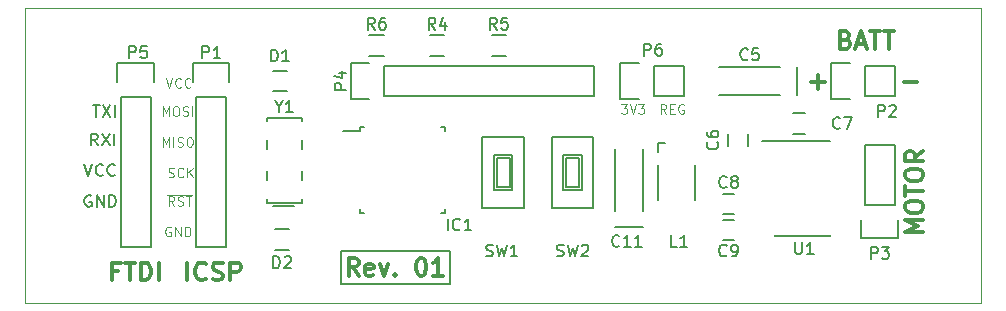
<source format=gto>
G04 #@! TF.FileFunction,Legend,Top*
%FSLAX46Y46*%
G04 Gerber Fmt 4.6, Leading zero omitted, Abs format (unit mm)*
G04 Created by KiCad (PCBNEW 0.201602221446+6578~42~ubuntu15.04.1-product) date Mon 22 Feb 2016 07:23:46 PM EST*
%MOMM*%
G01*
G04 APERTURE LIST*
%ADD10C,0.100000*%
%ADD11C,0.200000*%
%ADD12C,0.300000*%
%ADD13C,0.120000*%
%ADD14C,0.150000*%
G04 APERTURE END LIST*
D10*
D11*
X130000000Y-63600000D02*
X120800000Y-63600000D01*
X130000000Y-66400000D02*
X130000000Y-63600000D01*
X120800000Y-66400000D02*
X130000000Y-66400000D01*
X120800000Y-63600000D02*
X120800000Y-66400000D01*
D12*
X122292858Y-65678571D02*
X121792858Y-64964286D01*
X121435715Y-65678571D02*
X121435715Y-64178571D01*
X122007143Y-64178571D01*
X122150001Y-64250000D01*
X122221429Y-64321429D01*
X122292858Y-64464286D01*
X122292858Y-64678571D01*
X122221429Y-64821429D01*
X122150001Y-64892857D01*
X122007143Y-64964286D01*
X121435715Y-64964286D01*
X123507143Y-65607143D02*
X123364286Y-65678571D01*
X123078572Y-65678571D01*
X122935715Y-65607143D01*
X122864286Y-65464286D01*
X122864286Y-64892857D01*
X122935715Y-64750000D01*
X123078572Y-64678571D01*
X123364286Y-64678571D01*
X123507143Y-64750000D01*
X123578572Y-64892857D01*
X123578572Y-65035714D01*
X122864286Y-65178571D01*
X124078572Y-64678571D02*
X124435715Y-65678571D01*
X124792857Y-64678571D01*
X125364286Y-65535714D02*
X125435714Y-65607143D01*
X125364286Y-65678571D01*
X125292857Y-65607143D01*
X125364286Y-65535714D01*
X125364286Y-65678571D01*
X127507143Y-64178571D02*
X127650000Y-64178571D01*
X127792857Y-64250000D01*
X127864286Y-64321429D01*
X127935715Y-64464286D01*
X128007143Y-64750000D01*
X128007143Y-65107143D01*
X127935715Y-65392857D01*
X127864286Y-65535714D01*
X127792857Y-65607143D01*
X127650000Y-65678571D01*
X127507143Y-65678571D01*
X127364286Y-65607143D01*
X127292857Y-65535714D01*
X127221429Y-65392857D01*
X127150000Y-65107143D01*
X127150000Y-64750000D01*
X127221429Y-64464286D01*
X127292857Y-64321429D01*
X127364286Y-64250000D01*
X127507143Y-64178571D01*
X129435714Y-65678571D02*
X128578571Y-65678571D01*
X129007143Y-65678571D02*
X129007143Y-64178571D01*
X128864286Y-64392857D01*
X128721428Y-64535714D01*
X128578571Y-64607143D01*
D13*
X148323809Y-51961905D02*
X148057142Y-51580952D01*
X147866666Y-51961905D02*
X147866666Y-51161905D01*
X148171428Y-51161905D01*
X148247619Y-51200000D01*
X148285714Y-51238095D01*
X148323809Y-51314286D01*
X148323809Y-51428571D01*
X148285714Y-51504762D01*
X148247619Y-51542857D01*
X148171428Y-51580952D01*
X147866666Y-51580952D01*
X148666666Y-51542857D02*
X148933333Y-51542857D01*
X149047619Y-51961905D02*
X148666666Y-51961905D01*
X148666666Y-51161905D01*
X149047619Y-51161905D01*
X149809524Y-51200000D02*
X149733333Y-51161905D01*
X149619048Y-51161905D01*
X149504762Y-51200000D01*
X149428571Y-51276190D01*
X149390476Y-51352381D01*
X149352381Y-51504762D01*
X149352381Y-51619048D01*
X149390476Y-51771429D01*
X149428571Y-51847619D01*
X149504762Y-51923810D01*
X149619048Y-51961905D01*
X149695238Y-51961905D01*
X149809524Y-51923810D01*
X149847619Y-51885714D01*
X149847619Y-51619048D01*
X149695238Y-51619048D01*
X144514286Y-51161905D02*
X145009524Y-51161905D01*
X144742857Y-51466667D01*
X144857143Y-51466667D01*
X144933333Y-51504762D01*
X144971429Y-51542857D01*
X145009524Y-51619048D01*
X145009524Y-51809524D01*
X144971429Y-51885714D01*
X144933333Y-51923810D01*
X144857143Y-51961905D01*
X144628571Y-51961905D01*
X144552381Y-51923810D01*
X144514286Y-51885714D01*
X145238095Y-51161905D02*
X145504762Y-51961905D01*
X145771429Y-51161905D01*
X145961905Y-51161905D02*
X146457143Y-51161905D01*
X146190476Y-51466667D01*
X146304762Y-51466667D01*
X146380952Y-51504762D01*
X146419048Y-51542857D01*
X146457143Y-51619048D01*
X146457143Y-51809524D01*
X146419048Y-51885714D01*
X146380952Y-51923810D01*
X146304762Y-51961905D01*
X146076190Y-51961905D01*
X146000000Y-51923810D01*
X145961905Y-51885714D01*
X105990476Y-48961905D02*
X106257143Y-49761905D01*
X106523810Y-48961905D01*
X107247619Y-49685714D02*
X107209524Y-49723810D01*
X107095238Y-49761905D01*
X107019048Y-49761905D01*
X106904762Y-49723810D01*
X106828571Y-49647619D01*
X106790476Y-49571429D01*
X106752381Y-49419048D01*
X106752381Y-49304762D01*
X106790476Y-49152381D01*
X106828571Y-49076190D01*
X106904762Y-49000000D01*
X107019048Y-48961905D01*
X107095238Y-48961905D01*
X107209524Y-49000000D01*
X107247619Y-49038095D01*
X108047619Y-49685714D02*
X108009524Y-49723810D01*
X107895238Y-49761905D01*
X107819048Y-49761905D01*
X107704762Y-49723810D01*
X107628571Y-49647619D01*
X107590476Y-49571429D01*
X107552381Y-49419048D01*
X107552381Y-49304762D01*
X107590476Y-49152381D01*
X107628571Y-49076190D01*
X107704762Y-49000000D01*
X107819048Y-48961905D01*
X107895238Y-48961905D01*
X108009524Y-49000000D01*
X108047619Y-49038095D01*
X105695238Y-52161905D02*
X105695238Y-51361905D01*
X105961905Y-51933333D01*
X106228572Y-51361905D01*
X106228572Y-52161905D01*
X106761905Y-51361905D02*
X106914286Y-51361905D01*
X106990477Y-51400000D01*
X107066667Y-51476190D01*
X107104762Y-51628571D01*
X107104762Y-51895238D01*
X107066667Y-52047619D01*
X106990477Y-52123810D01*
X106914286Y-52161905D01*
X106761905Y-52161905D01*
X106685715Y-52123810D01*
X106609524Y-52047619D01*
X106571429Y-51895238D01*
X106571429Y-51628571D01*
X106609524Y-51476190D01*
X106685715Y-51400000D01*
X106761905Y-51361905D01*
X107409524Y-52123810D02*
X107523810Y-52161905D01*
X107714286Y-52161905D01*
X107790476Y-52123810D01*
X107828572Y-52085714D01*
X107866667Y-52009524D01*
X107866667Y-51933333D01*
X107828572Y-51857143D01*
X107790476Y-51819048D01*
X107714286Y-51780952D01*
X107561905Y-51742857D01*
X107485714Y-51704762D01*
X107447619Y-51666667D01*
X107409524Y-51590476D01*
X107409524Y-51514286D01*
X107447619Y-51438095D01*
X107485714Y-51400000D01*
X107561905Y-51361905D01*
X107752381Y-51361905D01*
X107866667Y-51400000D01*
X108209524Y-52161905D02*
X108209524Y-51361905D01*
X106371429Y-61600000D02*
X106295238Y-61561905D01*
X106180953Y-61561905D01*
X106066667Y-61600000D01*
X105990476Y-61676190D01*
X105952381Y-61752381D01*
X105914286Y-61904762D01*
X105914286Y-62019048D01*
X105952381Y-62171429D01*
X105990476Y-62247619D01*
X106066667Y-62323810D01*
X106180953Y-62361905D01*
X106257143Y-62361905D01*
X106371429Y-62323810D01*
X106409524Y-62285714D01*
X106409524Y-62019048D01*
X106257143Y-62019048D01*
X106752381Y-62361905D02*
X106752381Y-61561905D01*
X107209524Y-62361905D01*
X107209524Y-61561905D01*
X107590476Y-62361905D02*
X107590476Y-61561905D01*
X107780952Y-61561905D01*
X107895238Y-61600000D01*
X107971429Y-61676190D01*
X108009524Y-61752381D01*
X108047619Y-61904762D01*
X108047619Y-62019048D01*
X108009524Y-62171429D01*
X107971429Y-62247619D01*
X107895238Y-62323810D01*
X107780952Y-62361905D01*
X107590476Y-62361905D01*
X106676190Y-59761905D02*
X106409523Y-59380952D01*
X106219047Y-59761905D02*
X106219047Y-58961905D01*
X106523809Y-58961905D01*
X106600000Y-59000000D01*
X106638095Y-59038095D01*
X106676190Y-59114286D01*
X106676190Y-59228571D01*
X106638095Y-59304762D01*
X106600000Y-59342857D01*
X106523809Y-59380952D01*
X106219047Y-59380952D01*
X106980952Y-59723810D02*
X107095238Y-59761905D01*
X107285714Y-59761905D01*
X107361904Y-59723810D01*
X107400000Y-59685714D01*
X107438095Y-59609524D01*
X107438095Y-59533333D01*
X107400000Y-59457143D01*
X107361904Y-59419048D01*
X107285714Y-59380952D01*
X107133333Y-59342857D01*
X107057142Y-59304762D01*
X107019047Y-59266667D01*
X106980952Y-59190476D01*
X106980952Y-59114286D01*
X107019047Y-59038095D01*
X107057142Y-59000000D01*
X107133333Y-58961905D01*
X107323809Y-58961905D01*
X107438095Y-59000000D01*
X107666666Y-58961905D02*
X108123809Y-58961905D01*
X107895238Y-59761905D02*
X107895238Y-58961905D01*
X106028571Y-58824000D02*
X108200000Y-58824000D01*
X106190476Y-57323810D02*
X106304762Y-57361905D01*
X106495238Y-57361905D01*
X106571428Y-57323810D01*
X106609524Y-57285714D01*
X106647619Y-57209524D01*
X106647619Y-57133333D01*
X106609524Y-57057143D01*
X106571428Y-57019048D01*
X106495238Y-56980952D01*
X106342857Y-56942857D01*
X106266666Y-56904762D01*
X106228571Y-56866667D01*
X106190476Y-56790476D01*
X106190476Y-56714286D01*
X106228571Y-56638095D01*
X106266666Y-56600000D01*
X106342857Y-56561905D01*
X106533333Y-56561905D01*
X106647619Y-56600000D01*
X107447619Y-57285714D02*
X107409524Y-57323810D01*
X107295238Y-57361905D01*
X107219048Y-57361905D01*
X107104762Y-57323810D01*
X107028571Y-57247619D01*
X106990476Y-57171429D01*
X106952381Y-57019048D01*
X106952381Y-56904762D01*
X106990476Y-56752381D01*
X107028571Y-56676190D01*
X107104762Y-56600000D01*
X107219048Y-56561905D01*
X107295238Y-56561905D01*
X107409524Y-56600000D01*
X107447619Y-56638095D01*
X107790476Y-57361905D02*
X107790476Y-56561905D01*
X108247619Y-57361905D02*
X107904762Y-56904762D01*
X108247619Y-56561905D02*
X107790476Y-57019048D01*
X105695238Y-54761905D02*
X105695238Y-53961905D01*
X105961905Y-54533333D01*
X106228572Y-53961905D01*
X106228572Y-54761905D01*
X106609524Y-54761905D02*
X106609524Y-53961905D01*
X106952381Y-54723810D02*
X107066667Y-54761905D01*
X107257143Y-54761905D01*
X107333333Y-54723810D01*
X107371429Y-54685714D01*
X107409524Y-54609524D01*
X107409524Y-54533333D01*
X107371429Y-54457143D01*
X107333333Y-54419048D01*
X107257143Y-54380952D01*
X107104762Y-54342857D01*
X107028571Y-54304762D01*
X106990476Y-54266667D01*
X106952381Y-54190476D01*
X106952381Y-54114286D01*
X106990476Y-54038095D01*
X107028571Y-54000000D01*
X107104762Y-53961905D01*
X107295238Y-53961905D01*
X107409524Y-54000000D01*
X107904762Y-53961905D02*
X108057143Y-53961905D01*
X108133334Y-54000000D01*
X108209524Y-54076190D01*
X108247619Y-54228571D01*
X108247619Y-54495238D01*
X108209524Y-54647619D01*
X108133334Y-54723810D01*
X108057143Y-54761905D01*
X107904762Y-54761905D01*
X107828572Y-54723810D01*
X107752381Y-54647619D01*
X107714286Y-54495238D01*
X107714286Y-54228571D01*
X107752381Y-54076190D01*
X107828572Y-54000000D01*
X107904762Y-53961905D01*
D14*
X99638096Y-58900000D02*
X99542858Y-58852381D01*
X99400001Y-58852381D01*
X99257143Y-58900000D01*
X99161905Y-58995238D01*
X99114286Y-59090476D01*
X99066667Y-59280952D01*
X99066667Y-59423810D01*
X99114286Y-59614286D01*
X99161905Y-59709524D01*
X99257143Y-59804762D01*
X99400001Y-59852381D01*
X99495239Y-59852381D01*
X99638096Y-59804762D01*
X99685715Y-59757143D01*
X99685715Y-59423810D01*
X99495239Y-59423810D01*
X100114286Y-59852381D02*
X100114286Y-58852381D01*
X100685715Y-59852381D01*
X100685715Y-58852381D01*
X101161905Y-59852381D02*
X101161905Y-58852381D01*
X101400000Y-58852381D01*
X101542858Y-58900000D01*
X101638096Y-58995238D01*
X101685715Y-59090476D01*
X101733334Y-59280952D01*
X101733334Y-59423810D01*
X101685715Y-59614286D01*
X101638096Y-59709524D01*
X101542858Y-59804762D01*
X101400000Y-59852381D01*
X101161905Y-59852381D01*
X99066667Y-56252381D02*
X99400000Y-57252381D01*
X99733334Y-56252381D01*
X100638096Y-57157143D02*
X100590477Y-57204762D01*
X100447620Y-57252381D01*
X100352382Y-57252381D01*
X100209524Y-57204762D01*
X100114286Y-57109524D01*
X100066667Y-57014286D01*
X100019048Y-56823810D01*
X100019048Y-56680952D01*
X100066667Y-56490476D01*
X100114286Y-56395238D01*
X100209524Y-56300000D01*
X100352382Y-56252381D01*
X100447620Y-56252381D01*
X100590477Y-56300000D01*
X100638096Y-56347619D01*
X101638096Y-57157143D02*
X101590477Y-57204762D01*
X101447620Y-57252381D01*
X101352382Y-57252381D01*
X101209524Y-57204762D01*
X101114286Y-57109524D01*
X101066667Y-57014286D01*
X101019048Y-56823810D01*
X101019048Y-56680952D01*
X101066667Y-56490476D01*
X101114286Y-56395238D01*
X101209524Y-56300000D01*
X101352382Y-56252381D01*
X101447620Y-56252381D01*
X101590477Y-56300000D01*
X101638096Y-56347619D01*
X100195239Y-54652381D02*
X99861905Y-54176190D01*
X99623810Y-54652381D02*
X99623810Y-53652381D01*
X100004763Y-53652381D01*
X100100001Y-53700000D01*
X100147620Y-53747619D01*
X100195239Y-53842857D01*
X100195239Y-53985714D01*
X100147620Y-54080952D01*
X100100001Y-54128571D01*
X100004763Y-54176190D01*
X99623810Y-54176190D01*
X100528572Y-53652381D02*
X101195239Y-54652381D01*
X101195239Y-53652381D02*
X100528572Y-54652381D01*
X101576191Y-54652381D02*
X101576191Y-53652381D01*
X99800000Y-51252381D02*
X100371429Y-51252381D01*
X100085714Y-52252381D02*
X100085714Y-51252381D01*
X100609524Y-51252381D02*
X101276191Y-52252381D01*
X101276191Y-51252381D02*
X100609524Y-52252381D01*
X101657143Y-52252381D02*
X101657143Y-51252381D01*
D12*
X107785715Y-66078571D02*
X107785715Y-64578571D01*
X109357144Y-65935714D02*
X109285715Y-66007143D01*
X109071429Y-66078571D01*
X108928572Y-66078571D01*
X108714287Y-66007143D01*
X108571429Y-65864286D01*
X108500001Y-65721429D01*
X108428572Y-65435714D01*
X108428572Y-65221429D01*
X108500001Y-64935714D01*
X108571429Y-64792857D01*
X108714287Y-64650000D01*
X108928572Y-64578571D01*
X109071429Y-64578571D01*
X109285715Y-64650000D01*
X109357144Y-64721429D01*
X109928572Y-66007143D02*
X110142858Y-66078571D01*
X110500001Y-66078571D01*
X110642858Y-66007143D01*
X110714287Y-65935714D01*
X110785715Y-65792857D01*
X110785715Y-65650000D01*
X110714287Y-65507143D01*
X110642858Y-65435714D01*
X110500001Y-65364286D01*
X110214287Y-65292857D01*
X110071429Y-65221429D01*
X110000001Y-65150000D01*
X109928572Y-65007143D01*
X109928572Y-64864286D01*
X110000001Y-64721429D01*
X110071429Y-64650000D01*
X110214287Y-64578571D01*
X110571429Y-64578571D01*
X110785715Y-64650000D01*
X111428572Y-66078571D02*
X111428572Y-64578571D01*
X112000000Y-64578571D01*
X112142858Y-64650000D01*
X112214286Y-64721429D01*
X112285715Y-64864286D01*
X112285715Y-65078571D01*
X112214286Y-65221429D01*
X112142858Y-65292857D01*
X112000000Y-65364286D01*
X111428572Y-65364286D01*
X101935715Y-65292857D02*
X101435715Y-65292857D01*
X101435715Y-66078571D02*
X101435715Y-64578571D01*
X102150001Y-64578571D01*
X102507143Y-64578571D02*
X103364286Y-64578571D01*
X102935715Y-66078571D02*
X102935715Y-64578571D01*
X103864286Y-66078571D02*
X103864286Y-64578571D01*
X104221429Y-64578571D01*
X104435714Y-64650000D01*
X104578572Y-64792857D01*
X104650000Y-64935714D01*
X104721429Y-65221429D01*
X104721429Y-65435714D01*
X104650000Y-65721429D01*
X104578572Y-65864286D01*
X104435714Y-66007143D01*
X104221429Y-66078571D01*
X103864286Y-66078571D01*
X105364286Y-66078571D02*
X105364286Y-64578571D01*
X168428572Y-49307143D02*
X169571429Y-49307143D01*
X160628572Y-49307143D02*
X161771429Y-49307143D01*
X161200000Y-49878571D02*
X161200000Y-48735714D01*
X163521429Y-45692857D02*
X163735715Y-45764286D01*
X163807143Y-45835714D01*
X163878572Y-45978571D01*
X163878572Y-46192857D01*
X163807143Y-46335714D01*
X163735715Y-46407143D01*
X163592857Y-46478571D01*
X163021429Y-46478571D01*
X163021429Y-44978571D01*
X163521429Y-44978571D01*
X163664286Y-45050000D01*
X163735715Y-45121429D01*
X163807143Y-45264286D01*
X163807143Y-45407143D01*
X163735715Y-45550000D01*
X163664286Y-45621429D01*
X163521429Y-45692857D01*
X163021429Y-45692857D01*
X164450000Y-46050000D02*
X165164286Y-46050000D01*
X164307143Y-46478571D02*
X164807143Y-44978571D01*
X165307143Y-46478571D01*
X165592857Y-44978571D02*
X166450000Y-44978571D01*
X166021429Y-46478571D02*
X166021429Y-44978571D01*
X166735714Y-44978571D02*
X167592857Y-44978571D01*
X167164286Y-46478571D02*
X167164286Y-44978571D01*
X170078571Y-61992857D02*
X168578571Y-61992857D01*
X169650000Y-61492857D01*
X168578571Y-60992857D01*
X170078571Y-60992857D01*
X168578571Y-59992857D02*
X168578571Y-59707143D01*
X168650000Y-59564285D01*
X168792857Y-59421428D01*
X169078571Y-59350000D01*
X169578571Y-59350000D01*
X169864286Y-59421428D01*
X170007143Y-59564285D01*
X170078571Y-59707143D01*
X170078571Y-59992857D01*
X170007143Y-60135714D01*
X169864286Y-60278571D01*
X169578571Y-60350000D01*
X169078571Y-60350000D01*
X168792857Y-60278571D01*
X168650000Y-60135714D01*
X168578571Y-59992857D01*
X168578571Y-58921428D02*
X168578571Y-58064285D01*
X170078571Y-58492856D02*
X168578571Y-58492856D01*
X168578571Y-57278571D02*
X168578571Y-56992857D01*
X168650000Y-56849999D01*
X168792857Y-56707142D01*
X169078571Y-56635714D01*
X169578571Y-56635714D01*
X169864286Y-56707142D01*
X170007143Y-56849999D01*
X170078571Y-56992857D01*
X170078571Y-57278571D01*
X170007143Y-57421428D01*
X169864286Y-57564285D01*
X169578571Y-57635714D01*
X169078571Y-57635714D01*
X168792857Y-57564285D01*
X168650000Y-57421428D01*
X168578571Y-57278571D01*
X170078571Y-55135713D02*
X169364286Y-55635713D01*
X170078571Y-55992856D02*
X168578571Y-55992856D01*
X168578571Y-55421428D01*
X168650000Y-55278570D01*
X168721429Y-55207142D01*
X168864286Y-55135713D01*
X169078571Y-55135713D01*
X169221429Y-55207142D01*
X169292857Y-55278570D01*
X169364286Y-55421428D01*
X169364286Y-55992856D01*
D10*
X94000000Y-68000000D02*
X94000000Y-43000000D01*
X175000000Y-68000000D02*
X94000000Y-68000000D01*
X175000000Y-43000000D02*
X175000000Y-68000000D01*
X94000000Y-43000000D02*
X175000000Y-43000000D01*
D14*
X153550000Y-53700000D02*
X153550000Y-54700000D01*
X155250000Y-54700000D02*
X155250000Y-53700000D01*
X160100000Y-51950000D02*
X159100000Y-51950000D01*
X159100000Y-53650000D02*
X160100000Y-53650000D01*
X153100000Y-60450000D02*
X154100000Y-60450000D01*
X154100000Y-58750000D02*
X153100000Y-58750000D01*
X153100000Y-62650000D02*
X154100000Y-62650000D01*
X154100000Y-60950000D02*
X153100000Y-60950000D01*
X116200000Y-50075000D02*
X115000000Y-50075000D01*
X115000000Y-48325000D02*
X116200000Y-48325000D01*
X116400000Y-63475000D02*
X115200000Y-63475000D01*
X115200000Y-61725000D02*
X116400000Y-61725000D01*
X122375000Y-53125000D02*
X122375000Y-53450000D01*
X129625000Y-53125000D02*
X129625000Y-53450000D01*
X129625000Y-60375000D02*
X129625000Y-60050000D01*
X122375000Y-60375000D02*
X122375000Y-60050000D01*
X122375000Y-53125000D02*
X122700000Y-53125000D01*
X122375000Y-60375000D02*
X122700000Y-60375000D01*
X129625000Y-60375000D02*
X129300000Y-60375000D01*
X129625000Y-53125000D02*
X129300000Y-53125000D01*
X122375000Y-53450000D02*
X120950000Y-53450000D01*
X147600000Y-54450000D02*
X148250000Y-54450000D01*
X147600000Y-55200000D02*
X147600000Y-54450000D01*
X147600000Y-59300000D02*
X147600000Y-56300000D01*
X150800000Y-56300000D02*
X150800000Y-59300000D01*
X111070000Y-50530000D02*
X111070000Y-63230000D01*
X111070000Y-63230000D02*
X108530000Y-63230000D01*
X108530000Y-63230000D02*
X108530000Y-50530000D01*
X111350000Y-47710000D02*
X111350000Y-49260000D01*
X111070000Y-50530000D02*
X108530000Y-50530000D01*
X108250000Y-49260000D02*
X108250000Y-47710000D01*
X108250000Y-47710000D02*
X111350000Y-47710000D01*
X165130000Y-47930000D02*
X167670000Y-47930000D01*
X162310000Y-47650000D02*
X163860000Y-47650000D01*
X165130000Y-47930000D02*
X165130000Y-50470000D01*
X163860000Y-50750000D02*
X162310000Y-50750000D01*
X162310000Y-50750000D02*
X162310000Y-47650000D01*
X165130000Y-50470000D02*
X167670000Y-50470000D01*
X167670000Y-50470000D02*
X167670000Y-47930000D01*
X167670000Y-59670000D02*
X167670000Y-54590000D01*
X167670000Y-54590000D02*
X165130000Y-54590000D01*
X165130000Y-54590000D02*
X165130000Y-59670000D01*
X164850000Y-62490000D02*
X164850000Y-60940000D01*
X165130000Y-59670000D02*
X167670000Y-59670000D01*
X167950000Y-60940000D02*
X167950000Y-62490000D01*
X167950000Y-62490000D02*
X164850000Y-62490000D01*
X124470000Y-47930000D02*
X142250000Y-47930000D01*
X142250000Y-47930000D02*
X142250000Y-50470000D01*
X142250000Y-50470000D02*
X124470000Y-50470000D01*
X121650000Y-47650000D02*
X123200000Y-47650000D01*
X124470000Y-47930000D02*
X124470000Y-50470000D01*
X123200000Y-50750000D02*
X121650000Y-50750000D01*
X121650000Y-50750000D02*
X121650000Y-47650000D01*
X104670000Y-50530000D02*
X104670000Y-63230000D01*
X104670000Y-63230000D02*
X102130000Y-63230000D01*
X102130000Y-63230000D02*
X102130000Y-50530000D01*
X104950000Y-47710000D02*
X104950000Y-49260000D01*
X104670000Y-50530000D02*
X102130000Y-50530000D01*
X101850000Y-49260000D02*
X101850000Y-47710000D01*
X101850000Y-47710000D02*
X104950000Y-47710000D01*
X147270000Y-47930000D02*
X149810000Y-47930000D01*
X144450000Y-47650000D02*
X146000000Y-47650000D01*
X147270000Y-47930000D02*
X147270000Y-50470000D01*
X146000000Y-50750000D02*
X144450000Y-50750000D01*
X144450000Y-50750000D02*
X144450000Y-47650000D01*
X147270000Y-50470000D02*
X149810000Y-50470000D01*
X149810000Y-50470000D02*
X149810000Y-47930000D01*
X129550000Y-47075000D02*
X128350000Y-47075000D01*
X128350000Y-45325000D02*
X129550000Y-45325000D01*
X134750000Y-47075000D02*
X133550000Y-47075000D01*
X133550000Y-45325000D02*
X134750000Y-45325000D01*
X123200000Y-45325000D02*
X124400000Y-45325000D01*
X124400000Y-47075000D02*
X123200000Y-47075000D01*
X135061123Y-55707975D02*
X135061123Y-58207975D01*
X135061123Y-58207975D02*
X133961123Y-58207975D01*
X133961123Y-58207975D02*
X133961123Y-55707975D01*
X133961123Y-55707975D02*
X135061123Y-55707975D01*
X133711123Y-55457975D02*
X133711123Y-58457975D01*
X135311123Y-55457975D02*
X135311123Y-58457975D01*
X135311123Y-58457975D02*
X133711123Y-58457975D01*
X135311123Y-55457975D02*
X133711123Y-55457975D01*
X132761123Y-53957975D02*
X132761123Y-59957975D01*
X136261123Y-53957975D02*
X136261123Y-59957975D01*
X136261123Y-53957975D02*
X132761123Y-53957975D01*
X136261123Y-59957975D02*
X132761123Y-59957975D01*
X140961123Y-55707975D02*
X140961123Y-58207975D01*
X140961123Y-58207975D02*
X139861123Y-58207975D01*
X139861123Y-58207975D02*
X139861123Y-55707975D01*
X139861123Y-55707975D02*
X140961123Y-55707975D01*
X139611123Y-55457975D02*
X139611123Y-58457975D01*
X141211123Y-55457975D02*
X141211123Y-58457975D01*
X141211123Y-58457975D02*
X139611123Y-58457975D01*
X141211123Y-55457975D02*
X139611123Y-55457975D01*
X138661123Y-53957975D02*
X138661123Y-59957975D01*
X142161123Y-53957975D02*
X142161123Y-59957975D01*
X142161123Y-53957975D02*
X138661123Y-53957975D01*
X142161123Y-59957975D02*
X138661123Y-59957975D01*
X157525000Y-54250000D02*
X157525000Y-54275000D01*
X162175000Y-54250000D02*
X162175000Y-54275000D01*
X162175000Y-62300000D02*
X162175000Y-62275000D01*
X157525000Y-62300000D02*
X157525000Y-62275000D01*
X157525000Y-54250000D02*
X162175000Y-54250000D01*
X157525000Y-62300000D02*
X162175000Y-62300000D01*
X157525000Y-54275000D02*
X156450000Y-54275000D01*
X115000000Y-59800000D02*
X116800000Y-59800000D01*
X114500000Y-59200000D02*
X114500000Y-59500000D01*
X114500000Y-56800000D02*
X114500000Y-57600000D01*
X114500000Y-54200000D02*
X114500000Y-55000000D01*
X114500000Y-52300000D02*
X114500000Y-52600000D01*
X117500000Y-52600000D02*
X117500000Y-52300000D01*
X117500000Y-55000000D02*
X117500000Y-54200000D01*
X117500000Y-57600000D02*
X117500000Y-56800000D01*
X117500000Y-59500000D02*
X117500000Y-59200000D01*
X114500000Y-52300000D02*
X117500000Y-52300000D01*
X114500000Y-59500000D02*
X117500000Y-59500000D01*
X158000960Y-48001120D02*
X152799040Y-48001120D01*
X152799040Y-50398880D02*
X158000960Y-50398880D01*
X159395420Y-50398880D02*
X159395420Y-48001120D01*
X146398880Y-60200960D02*
X146398880Y-54999040D01*
X144001120Y-54999040D02*
X144001120Y-60200960D01*
X144001120Y-61595420D02*
X146398880Y-61595420D01*
X152657143Y-54366666D02*
X152704762Y-54414285D01*
X152752381Y-54557142D01*
X152752381Y-54652380D01*
X152704762Y-54795238D01*
X152609524Y-54890476D01*
X152514286Y-54938095D01*
X152323810Y-54985714D01*
X152180952Y-54985714D01*
X151990476Y-54938095D01*
X151895238Y-54890476D01*
X151800000Y-54795238D01*
X151752381Y-54652380D01*
X151752381Y-54557142D01*
X151800000Y-54414285D01*
X151847619Y-54366666D01*
X151752381Y-53509523D02*
X151752381Y-53700000D01*
X151800000Y-53795238D01*
X151847619Y-53842857D01*
X151990476Y-53938095D01*
X152180952Y-53985714D01*
X152561905Y-53985714D01*
X152657143Y-53938095D01*
X152704762Y-53890476D01*
X152752381Y-53795238D01*
X152752381Y-53604761D01*
X152704762Y-53509523D01*
X152657143Y-53461904D01*
X152561905Y-53414285D01*
X152323810Y-53414285D01*
X152228571Y-53461904D01*
X152180952Y-53509523D01*
X152133333Y-53604761D01*
X152133333Y-53795238D01*
X152180952Y-53890476D01*
X152228571Y-53938095D01*
X152323810Y-53985714D01*
X163033334Y-53157143D02*
X162985715Y-53204762D01*
X162842858Y-53252381D01*
X162747620Y-53252381D01*
X162604762Y-53204762D01*
X162509524Y-53109524D01*
X162461905Y-53014286D01*
X162414286Y-52823810D01*
X162414286Y-52680952D01*
X162461905Y-52490476D01*
X162509524Y-52395238D01*
X162604762Y-52300000D01*
X162747620Y-52252381D01*
X162842858Y-52252381D01*
X162985715Y-52300000D01*
X163033334Y-52347619D01*
X163366667Y-52252381D02*
X164033334Y-52252381D01*
X163604762Y-53252381D01*
X153433334Y-58157143D02*
X153385715Y-58204762D01*
X153242858Y-58252381D01*
X153147620Y-58252381D01*
X153004762Y-58204762D01*
X152909524Y-58109524D01*
X152861905Y-58014286D01*
X152814286Y-57823810D01*
X152814286Y-57680952D01*
X152861905Y-57490476D01*
X152909524Y-57395238D01*
X153004762Y-57300000D01*
X153147620Y-57252381D01*
X153242858Y-57252381D01*
X153385715Y-57300000D01*
X153433334Y-57347619D01*
X154004762Y-57680952D02*
X153909524Y-57633333D01*
X153861905Y-57585714D01*
X153814286Y-57490476D01*
X153814286Y-57442857D01*
X153861905Y-57347619D01*
X153909524Y-57300000D01*
X154004762Y-57252381D01*
X154195239Y-57252381D01*
X154290477Y-57300000D01*
X154338096Y-57347619D01*
X154385715Y-57442857D01*
X154385715Y-57490476D01*
X154338096Y-57585714D01*
X154290477Y-57633333D01*
X154195239Y-57680952D01*
X154004762Y-57680952D01*
X153909524Y-57728571D01*
X153861905Y-57776190D01*
X153814286Y-57871429D01*
X153814286Y-58061905D01*
X153861905Y-58157143D01*
X153909524Y-58204762D01*
X154004762Y-58252381D01*
X154195239Y-58252381D01*
X154290477Y-58204762D01*
X154338096Y-58157143D01*
X154385715Y-58061905D01*
X154385715Y-57871429D01*
X154338096Y-57776190D01*
X154290477Y-57728571D01*
X154195239Y-57680952D01*
X153433334Y-63957143D02*
X153385715Y-64004762D01*
X153242858Y-64052381D01*
X153147620Y-64052381D01*
X153004762Y-64004762D01*
X152909524Y-63909524D01*
X152861905Y-63814286D01*
X152814286Y-63623810D01*
X152814286Y-63480952D01*
X152861905Y-63290476D01*
X152909524Y-63195238D01*
X153004762Y-63100000D01*
X153147620Y-63052381D01*
X153242858Y-63052381D01*
X153385715Y-63100000D01*
X153433334Y-63147619D01*
X153909524Y-64052381D02*
X154100000Y-64052381D01*
X154195239Y-64004762D01*
X154242858Y-63957143D01*
X154338096Y-63814286D01*
X154385715Y-63623810D01*
X154385715Y-63242857D01*
X154338096Y-63147619D01*
X154290477Y-63100000D01*
X154195239Y-63052381D01*
X154004762Y-63052381D01*
X153909524Y-63100000D01*
X153861905Y-63147619D01*
X153814286Y-63242857D01*
X153814286Y-63480952D01*
X153861905Y-63576190D01*
X153909524Y-63623810D01*
X154004762Y-63671429D01*
X154195239Y-63671429D01*
X154290477Y-63623810D01*
X154338096Y-63576190D01*
X154385715Y-63480952D01*
X114861905Y-47552381D02*
X114861905Y-46552381D01*
X115100000Y-46552381D01*
X115242858Y-46600000D01*
X115338096Y-46695238D01*
X115385715Y-46790476D01*
X115433334Y-46980952D01*
X115433334Y-47123810D01*
X115385715Y-47314286D01*
X115338096Y-47409524D01*
X115242858Y-47504762D01*
X115100000Y-47552381D01*
X114861905Y-47552381D01*
X116385715Y-47552381D02*
X115814286Y-47552381D01*
X116100000Y-47552381D02*
X116100000Y-46552381D01*
X116004762Y-46695238D01*
X115909524Y-46790476D01*
X115814286Y-46838095D01*
X115061905Y-65052381D02*
X115061905Y-64052381D01*
X115300000Y-64052381D01*
X115442858Y-64100000D01*
X115538096Y-64195238D01*
X115585715Y-64290476D01*
X115633334Y-64480952D01*
X115633334Y-64623810D01*
X115585715Y-64814286D01*
X115538096Y-64909524D01*
X115442858Y-65004762D01*
X115300000Y-65052381D01*
X115061905Y-65052381D01*
X116014286Y-64147619D02*
X116061905Y-64100000D01*
X116157143Y-64052381D01*
X116395239Y-64052381D01*
X116490477Y-64100000D01*
X116538096Y-64147619D01*
X116585715Y-64242857D01*
X116585715Y-64338095D01*
X116538096Y-64480952D01*
X115966667Y-65052381D01*
X116585715Y-65052381D01*
X129823810Y-61852381D02*
X129823810Y-60852381D01*
X130871429Y-61757143D02*
X130823810Y-61804762D01*
X130680953Y-61852381D01*
X130585715Y-61852381D01*
X130442857Y-61804762D01*
X130347619Y-61709524D01*
X130300000Y-61614286D01*
X130252381Y-61423810D01*
X130252381Y-61280952D01*
X130300000Y-61090476D01*
X130347619Y-60995238D01*
X130442857Y-60900000D01*
X130585715Y-60852381D01*
X130680953Y-60852381D01*
X130823810Y-60900000D01*
X130871429Y-60947619D01*
X131823810Y-61852381D02*
X131252381Y-61852381D01*
X131538095Y-61852381D02*
X131538095Y-60852381D01*
X131442857Y-60995238D01*
X131347619Y-61090476D01*
X131252381Y-61138095D01*
X149233334Y-63252381D02*
X148757143Y-63252381D01*
X148757143Y-62252381D01*
X150090477Y-63252381D02*
X149519048Y-63252381D01*
X149804762Y-63252381D02*
X149804762Y-62252381D01*
X149709524Y-62395238D01*
X149614286Y-62490476D01*
X149519048Y-62538095D01*
X109061905Y-47252381D02*
X109061905Y-46252381D01*
X109442858Y-46252381D01*
X109538096Y-46300000D01*
X109585715Y-46347619D01*
X109633334Y-46442857D01*
X109633334Y-46585714D01*
X109585715Y-46680952D01*
X109538096Y-46728571D01*
X109442858Y-46776190D01*
X109061905Y-46776190D01*
X110585715Y-47252381D02*
X110014286Y-47252381D01*
X110300000Y-47252381D02*
X110300000Y-46252381D01*
X110204762Y-46395238D01*
X110109524Y-46490476D01*
X110014286Y-46538095D01*
X166261905Y-52252381D02*
X166261905Y-51252381D01*
X166642858Y-51252381D01*
X166738096Y-51300000D01*
X166785715Y-51347619D01*
X166833334Y-51442857D01*
X166833334Y-51585714D01*
X166785715Y-51680952D01*
X166738096Y-51728571D01*
X166642858Y-51776190D01*
X166261905Y-51776190D01*
X167214286Y-51347619D02*
X167261905Y-51300000D01*
X167357143Y-51252381D01*
X167595239Y-51252381D01*
X167690477Y-51300000D01*
X167738096Y-51347619D01*
X167785715Y-51442857D01*
X167785715Y-51538095D01*
X167738096Y-51680952D01*
X167166667Y-52252381D01*
X167785715Y-52252381D01*
X165661905Y-64252381D02*
X165661905Y-63252381D01*
X166042858Y-63252381D01*
X166138096Y-63300000D01*
X166185715Y-63347619D01*
X166233334Y-63442857D01*
X166233334Y-63585714D01*
X166185715Y-63680952D01*
X166138096Y-63728571D01*
X166042858Y-63776190D01*
X165661905Y-63776190D01*
X166566667Y-63252381D02*
X167185715Y-63252381D01*
X166852381Y-63633333D01*
X166995239Y-63633333D01*
X167090477Y-63680952D01*
X167138096Y-63728571D01*
X167185715Y-63823810D01*
X167185715Y-64061905D01*
X167138096Y-64157143D01*
X167090477Y-64204762D01*
X166995239Y-64252381D01*
X166709524Y-64252381D01*
X166614286Y-64204762D01*
X166566667Y-64157143D01*
X121252381Y-49938095D02*
X120252381Y-49938095D01*
X120252381Y-49557142D01*
X120300000Y-49461904D01*
X120347619Y-49414285D01*
X120442857Y-49366666D01*
X120585714Y-49366666D01*
X120680952Y-49414285D01*
X120728571Y-49461904D01*
X120776190Y-49557142D01*
X120776190Y-49938095D01*
X120585714Y-48509523D02*
X121252381Y-48509523D01*
X120204762Y-48747619D02*
X120919048Y-48985714D01*
X120919048Y-48366666D01*
X102861905Y-47252381D02*
X102861905Y-46252381D01*
X103242858Y-46252381D01*
X103338096Y-46300000D01*
X103385715Y-46347619D01*
X103433334Y-46442857D01*
X103433334Y-46585714D01*
X103385715Y-46680952D01*
X103338096Y-46728571D01*
X103242858Y-46776190D01*
X102861905Y-46776190D01*
X104338096Y-46252381D02*
X103861905Y-46252381D01*
X103814286Y-46728571D01*
X103861905Y-46680952D01*
X103957143Y-46633333D01*
X104195239Y-46633333D01*
X104290477Y-46680952D01*
X104338096Y-46728571D01*
X104385715Y-46823810D01*
X104385715Y-47061905D01*
X104338096Y-47157143D01*
X104290477Y-47204762D01*
X104195239Y-47252381D01*
X103957143Y-47252381D01*
X103861905Y-47204762D01*
X103814286Y-47157143D01*
X146461905Y-47052381D02*
X146461905Y-46052381D01*
X146842858Y-46052381D01*
X146938096Y-46100000D01*
X146985715Y-46147619D01*
X147033334Y-46242857D01*
X147033334Y-46385714D01*
X146985715Y-46480952D01*
X146938096Y-46528571D01*
X146842858Y-46576190D01*
X146461905Y-46576190D01*
X147890477Y-46052381D02*
X147700000Y-46052381D01*
X147604762Y-46100000D01*
X147557143Y-46147619D01*
X147461905Y-46290476D01*
X147414286Y-46480952D01*
X147414286Y-46861905D01*
X147461905Y-46957143D01*
X147509524Y-47004762D01*
X147604762Y-47052381D01*
X147795239Y-47052381D01*
X147890477Y-47004762D01*
X147938096Y-46957143D01*
X147985715Y-46861905D01*
X147985715Y-46623810D01*
X147938096Y-46528571D01*
X147890477Y-46480952D01*
X147795239Y-46433333D01*
X147604762Y-46433333D01*
X147509524Y-46480952D01*
X147461905Y-46528571D01*
X147414286Y-46623810D01*
X128783334Y-44852381D02*
X128450000Y-44376190D01*
X128211905Y-44852381D02*
X128211905Y-43852381D01*
X128592858Y-43852381D01*
X128688096Y-43900000D01*
X128735715Y-43947619D01*
X128783334Y-44042857D01*
X128783334Y-44185714D01*
X128735715Y-44280952D01*
X128688096Y-44328571D01*
X128592858Y-44376190D01*
X128211905Y-44376190D01*
X129640477Y-44185714D02*
X129640477Y-44852381D01*
X129402381Y-43804762D02*
X129164286Y-44519048D01*
X129783334Y-44519048D01*
X133983334Y-44852381D02*
X133650000Y-44376190D01*
X133411905Y-44852381D02*
X133411905Y-43852381D01*
X133792858Y-43852381D01*
X133888096Y-43900000D01*
X133935715Y-43947619D01*
X133983334Y-44042857D01*
X133983334Y-44185714D01*
X133935715Y-44280952D01*
X133888096Y-44328571D01*
X133792858Y-44376190D01*
X133411905Y-44376190D01*
X134888096Y-43852381D02*
X134411905Y-43852381D01*
X134364286Y-44328571D01*
X134411905Y-44280952D01*
X134507143Y-44233333D01*
X134745239Y-44233333D01*
X134840477Y-44280952D01*
X134888096Y-44328571D01*
X134935715Y-44423810D01*
X134935715Y-44661905D01*
X134888096Y-44757143D01*
X134840477Y-44804762D01*
X134745239Y-44852381D01*
X134507143Y-44852381D01*
X134411905Y-44804762D01*
X134364286Y-44757143D01*
X123633334Y-44852381D02*
X123300000Y-44376190D01*
X123061905Y-44852381D02*
X123061905Y-43852381D01*
X123442858Y-43852381D01*
X123538096Y-43900000D01*
X123585715Y-43947619D01*
X123633334Y-44042857D01*
X123633334Y-44185714D01*
X123585715Y-44280952D01*
X123538096Y-44328571D01*
X123442858Y-44376190D01*
X123061905Y-44376190D01*
X124490477Y-43852381D02*
X124300000Y-43852381D01*
X124204762Y-43900000D01*
X124157143Y-43947619D01*
X124061905Y-44090476D01*
X124014286Y-44280952D01*
X124014286Y-44661905D01*
X124061905Y-44757143D01*
X124109524Y-44804762D01*
X124204762Y-44852381D01*
X124395239Y-44852381D01*
X124490477Y-44804762D01*
X124538096Y-44757143D01*
X124585715Y-44661905D01*
X124585715Y-44423810D01*
X124538096Y-44328571D01*
X124490477Y-44280952D01*
X124395239Y-44233333D01*
X124204762Y-44233333D01*
X124109524Y-44280952D01*
X124061905Y-44328571D01*
X124014286Y-44423810D01*
X133066667Y-64004762D02*
X133209524Y-64052381D01*
X133447620Y-64052381D01*
X133542858Y-64004762D01*
X133590477Y-63957143D01*
X133638096Y-63861905D01*
X133638096Y-63766667D01*
X133590477Y-63671429D01*
X133542858Y-63623810D01*
X133447620Y-63576190D01*
X133257143Y-63528571D01*
X133161905Y-63480952D01*
X133114286Y-63433333D01*
X133066667Y-63338095D01*
X133066667Y-63242857D01*
X133114286Y-63147619D01*
X133161905Y-63100000D01*
X133257143Y-63052381D01*
X133495239Y-63052381D01*
X133638096Y-63100000D01*
X133971429Y-63052381D02*
X134209524Y-64052381D01*
X134400001Y-63338095D01*
X134590477Y-64052381D01*
X134828572Y-63052381D01*
X135733334Y-64052381D02*
X135161905Y-64052381D01*
X135447619Y-64052381D02*
X135447619Y-63052381D01*
X135352381Y-63195238D01*
X135257143Y-63290476D01*
X135161905Y-63338095D01*
X139066667Y-64004762D02*
X139209524Y-64052381D01*
X139447620Y-64052381D01*
X139542858Y-64004762D01*
X139590477Y-63957143D01*
X139638096Y-63861905D01*
X139638096Y-63766667D01*
X139590477Y-63671429D01*
X139542858Y-63623810D01*
X139447620Y-63576190D01*
X139257143Y-63528571D01*
X139161905Y-63480952D01*
X139114286Y-63433333D01*
X139066667Y-63338095D01*
X139066667Y-63242857D01*
X139114286Y-63147619D01*
X139161905Y-63100000D01*
X139257143Y-63052381D01*
X139495239Y-63052381D01*
X139638096Y-63100000D01*
X139971429Y-63052381D02*
X140209524Y-64052381D01*
X140400001Y-63338095D01*
X140590477Y-64052381D01*
X140828572Y-63052381D01*
X141161905Y-63147619D02*
X141209524Y-63100000D01*
X141304762Y-63052381D01*
X141542858Y-63052381D01*
X141638096Y-63100000D01*
X141685715Y-63147619D01*
X141733334Y-63242857D01*
X141733334Y-63338095D01*
X141685715Y-63480952D01*
X141114286Y-64052381D01*
X141733334Y-64052381D01*
X159238095Y-62852381D02*
X159238095Y-63661905D01*
X159285714Y-63757143D01*
X159333333Y-63804762D01*
X159428571Y-63852381D01*
X159619048Y-63852381D01*
X159714286Y-63804762D01*
X159761905Y-63757143D01*
X159809524Y-63661905D01*
X159809524Y-62852381D01*
X160809524Y-63852381D02*
X160238095Y-63852381D01*
X160523809Y-63852381D02*
X160523809Y-62852381D01*
X160428571Y-62995238D01*
X160333333Y-63090476D01*
X160238095Y-63138095D01*
X115523809Y-51376190D02*
X115523809Y-51852381D01*
X115190476Y-50852381D02*
X115523809Y-51376190D01*
X115857143Y-50852381D01*
X116714286Y-51852381D02*
X116142857Y-51852381D01*
X116428571Y-51852381D02*
X116428571Y-50852381D01*
X116333333Y-50995238D01*
X116238095Y-51090476D01*
X116142857Y-51138095D01*
X155233334Y-47357143D02*
X155185715Y-47404762D01*
X155042858Y-47452381D01*
X154947620Y-47452381D01*
X154804762Y-47404762D01*
X154709524Y-47309524D01*
X154661905Y-47214286D01*
X154614286Y-47023810D01*
X154614286Y-46880952D01*
X154661905Y-46690476D01*
X154709524Y-46595238D01*
X154804762Y-46500000D01*
X154947620Y-46452381D01*
X155042858Y-46452381D01*
X155185715Y-46500000D01*
X155233334Y-46547619D01*
X156138096Y-46452381D02*
X155661905Y-46452381D01*
X155614286Y-46928571D01*
X155661905Y-46880952D01*
X155757143Y-46833333D01*
X155995239Y-46833333D01*
X156090477Y-46880952D01*
X156138096Y-46928571D01*
X156185715Y-47023810D01*
X156185715Y-47261905D01*
X156138096Y-47357143D01*
X156090477Y-47404762D01*
X155995239Y-47452381D01*
X155757143Y-47452381D01*
X155661905Y-47404762D01*
X155614286Y-47357143D01*
X144357143Y-63157143D02*
X144309524Y-63204762D01*
X144166667Y-63252381D01*
X144071429Y-63252381D01*
X143928571Y-63204762D01*
X143833333Y-63109524D01*
X143785714Y-63014286D01*
X143738095Y-62823810D01*
X143738095Y-62680952D01*
X143785714Y-62490476D01*
X143833333Y-62395238D01*
X143928571Y-62300000D01*
X144071429Y-62252381D01*
X144166667Y-62252381D01*
X144309524Y-62300000D01*
X144357143Y-62347619D01*
X145309524Y-63252381D02*
X144738095Y-63252381D01*
X145023809Y-63252381D02*
X145023809Y-62252381D01*
X144928571Y-62395238D01*
X144833333Y-62490476D01*
X144738095Y-62538095D01*
X146261905Y-63252381D02*
X145690476Y-63252381D01*
X145976190Y-63252381D02*
X145976190Y-62252381D01*
X145880952Y-62395238D01*
X145785714Y-62490476D01*
X145690476Y-62538095D01*
M02*

</source>
